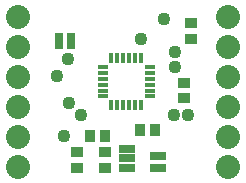
<source format=gts>
G75*
%MOIN*%
%OFA0B0*%
%FSLAX24Y24*%
%IPPOS*%
%LPD*%
%AMOC8*
5,1,8,0,0,1.08239X$1,22.5*
%
%ADD10R,0.0178X0.0375*%
%ADD11R,0.0375X0.0178*%
%ADD12R,0.0414X0.0336*%
%ADD13R,0.0336X0.0414*%
%ADD14R,0.0560X0.0310*%
%ADD15R,0.0310X0.0560*%
%ADD16C,0.0800*%
%ADD17C,0.0436*%
D10*
X003842Y002728D03*
X004039Y002728D03*
X004235Y002728D03*
X004432Y002728D03*
X004629Y002728D03*
X004826Y002728D03*
X004826Y004303D03*
X004629Y004303D03*
X004432Y004303D03*
X004235Y004303D03*
X004039Y004303D03*
X003842Y004303D03*
D11*
X003546Y004008D03*
X003546Y003811D03*
X003546Y003614D03*
X003546Y003417D03*
X003546Y003220D03*
X003546Y003024D03*
X005121Y003024D03*
X005121Y003220D03*
X005121Y003417D03*
X005121Y003614D03*
X005121Y003811D03*
X005121Y004008D03*
D12*
X006271Y003478D03*
X006271Y002966D03*
X006509Y004942D03*
X006509Y005454D03*
X003625Y001163D03*
X003625Y000651D03*
X002693Y000649D03*
X002693Y001161D03*
D13*
X003115Y001715D03*
X003627Y001715D03*
X004793Y001910D03*
X005305Y001910D03*
D14*
X004369Y001276D03*
X004369Y000956D03*
X004369Y000636D03*
X005400Y000631D03*
X005400Y001031D03*
D15*
X002512Y004869D03*
X002112Y004869D03*
D16*
X000724Y000682D03*
X000724Y001682D03*
X000724Y002682D03*
X000724Y003682D03*
X000724Y004682D03*
X000724Y005682D03*
X007724Y005682D03*
X007724Y004682D03*
X007724Y003682D03*
X007724Y002682D03*
X007724Y001682D03*
X007724Y000682D03*
D17*
X006412Y002393D03*
X005932Y002393D03*
X005963Y004014D03*
X005973Y004491D03*
X004822Y004946D03*
X005607Y005594D03*
X002389Y004280D03*
X002035Y003694D03*
X002422Y002787D03*
X002817Y002416D03*
X002265Y001713D03*
M02*

</source>
